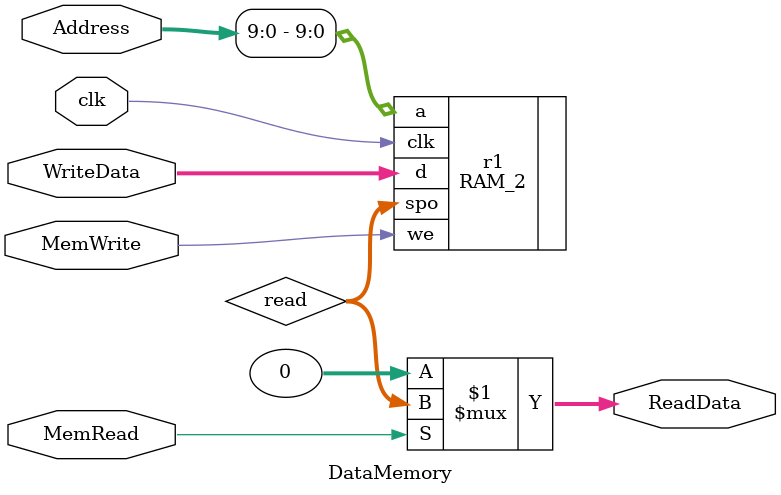
<source format=v>
`timescale 1ns / 1ps
module DataMemory(
    input [31:0] Address,
    input [31:0] WriteData,
    input MemWrite,
    input MemRead,
	 input clk,
    output [31:0] ReadData
    );
	 
	 wire [31:0] read;
	 
	 assign ReadData = MemRead ? read:0;
	 /*
		RAM_1 r1(
		.a(Address[5:0]),
		.d(WriteData),
		.we(MemWrite),
		.clk(clk),
		.spo(read)
	);
	*/
	
	
	
		RAM_2 r1(
		.a(Address[9:0]),
		.d(WriteData),
		.we(MemWrite),
		.clk(clk),
		.spo(read)
	);
	
	 
	/*
		RAM_3 r1(
		.a(Address[5:0]),
		.d(WriteData),
		.we(MemWrite),
		.clk(clk),
		.spo(read)
	);
	*/
	
	
	 


endmodule

</source>
